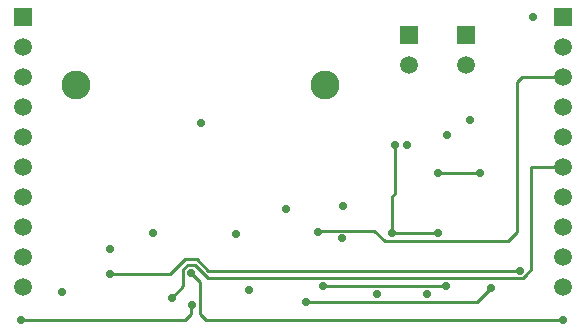
<source format=gbl>
%FSLAX24Y24*%
%MOIN*%
G70*
G01*
G75*
G04 Layer_Physical_Order=4*
G04 Layer_Color=16711680*
%ADD10R,0.0669X0.0433*%
%ADD11R,0.0157X0.0276*%
%ADD12O,0.0236X0.0866*%
%ADD13R,0.0276X0.0157*%
%ADD14R,0.0512X0.0394*%
%ADD15R,0.0512X0.0236*%
%ADD16O,0.0669X0.0177*%
%ADD17R,0.1559X0.1559*%
%ADD18R,0.0433X0.0669*%
%ADD19C,0.0200*%
%ADD20C,0.0100*%
%ADD21C,0.0591*%
%ADD22R,0.0591X0.0591*%
%ADD23C,0.0965*%
%ADD24C,0.0290*%
D20*
X17790Y1780D02*
X21890D01*
X13980Y2290D02*
X24370D01*
X13590Y2680D02*
X13980Y2290D01*
X13220Y2680D02*
X13590D01*
X12700Y2160D02*
X13220Y2680D01*
X10710Y2160D02*
X12700D01*
X13530Y2490D02*
X13975Y2045D01*
X13310Y2490D02*
X13530D01*
X13150Y2330D02*
X13310Y2490D01*
X13150Y1760D02*
Y2330D01*
X12770Y1380D02*
X13150Y1760D01*
X13420Y2200D02*
X13720Y1900D01*
Y830D02*
Y1900D01*
X13420Y1120D02*
X13430Y1130D01*
X13420Y840D02*
Y1120D01*
X13210Y630D02*
X13420Y840D01*
X13975Y2045D02*
X24471D01*
X13720Y830D02*
X13920Y630D01*
X22940Y1250D02*
X23390Y1700D01*
X17240Y1250D02*
X22940D01*
X23960Y3270D02*
X24260Y3570D01*
X19860Y3270D02*
X23960D01*
X19515Y3615D02*
X19860Y3270D01*
X17685Y3615D02*
X19515D01*
X17640Y3570D02*
X17685Y3615D01*
X20110Y3550D02*
X21630D01*
X20190Y4850D02*
Y6480D01*
X20100Y4760D02*
X20190Y4850D01*
X20100Y3560D02*
Y4760D01*
Y3560D02*
X20110Y3550D01*
X21630Y5550D02*
X23050D01*
X24471Y2045D02*
X24615Y2189D01*
Y2205D01*
X24730Y2320D01*
Y5730D01*
X24750Y5750D01*
X25800D01*
X24260Y3570D02*
Y8560D01*
X24450Y8750D01*
X25800D01*
X7750Y650D02*
X7770Y630D01*
X13210D01*
X25780D02*
X25800Y650D01*
X13920Y630D02*
X25780D01*
D21*
X7800Y8750D02*
D03*
Y1750D02*
D03*
Y2750D02*
D03*
Y3750D02*
D03*
Y4750D02*
D03*
Y5750D02*
D03*
Y6750D02*
D03*
Y7750D02*
D03*
Y9750D02*
D03*
X20660Y9150D02*
D03*
X22560D02*
D03*
X25800Y8750D02*
D03*
Y1750D02*
D03*
Y2750D02*
D03*
Y3750D02*
D03*
Y4750D02*
D03*
Y5750D02*
D03*
Y6750D02*
D03*
Y7750D02*
D03*
Y9750D02*
D03*
D22*
X7800Y10750D02*
D03*
X20660Y10150D02*
D03*
X22560D02*
D03*
X25800Y10750D02*
D03*
D23*
X9576Y8460D02*
D03*
X17884D02*
D03*
D24*
X24800Y10750D02*
D03*
X9120Y1570D02*
D03*
X21890Y1780D02*
D03*
X19600Y1520D02*
D03*
X17640Y3570D02*
D03*
X17790Y1780D02*
D03*
X17240Y1250D02*
D03*
X23390Y1700D02*
D03*
X10720Y3000D02*
D03*
X12140Y3540D02*
D03*
X13430Y1130D02*
D03*
X21280Y1520D02*
D03*
X14910Y3520D02*
D03*
X15330Y1650D02*
D03*
X16560Y4350D02*
D03*
X13750Y7200D02*
D03*
X18450Y3370D02*
D03*
X18460Y4430D02*
D03*
X20610Y6480D02*
D03*
X21630Y5550D02*
D03*
Y3550D02*
D03*
X21950Y6800D02*
D03*
X20190Y6480D02*
D03*
X20110Y3550D02*
D03*
X23050Y5550D02*
D03*
X13420Y2200D02*
D03*
X24370Y2290D02*
D03*
X22700Y7320D02*
D03*
X10710Y2160D02*
D03*
X12770Y1380D02*
D03*
X7750Y650D02*
D03*
X25800D02*
D03*
M02*

</source>
